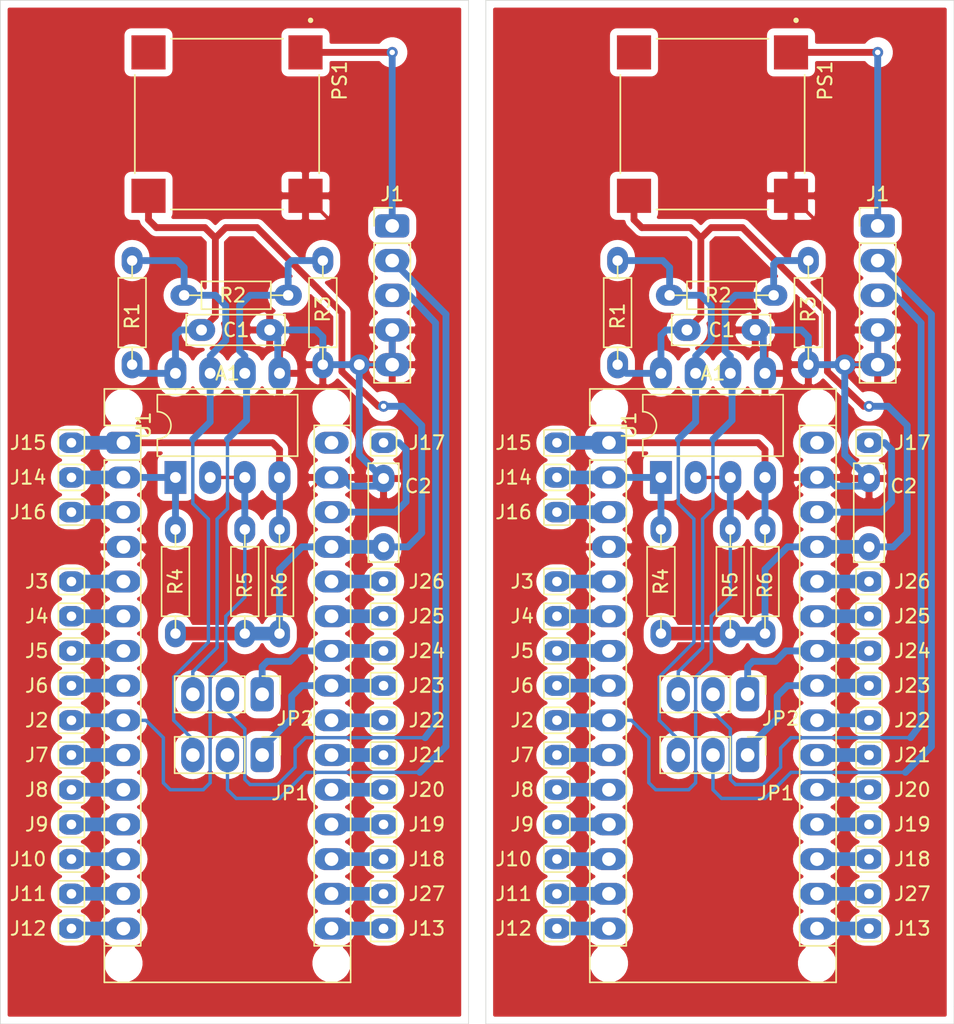
<source format=kicad_pcb>
(kicad_pcb (version 20171130) (host pcbnew "(5.1.10)-1")
  (layers (0 F.Cu signal) (31 B.Cu signal) (34 B.Paste user) (35 F.Paste user) (36 B.SilkS user) (37 F.SilkS user) (38 B.Mask user) (39 F.Mask user) (44 Edge.Cuts user))
  (net 0 "")
  (net 1 "Net-(A1-Pad1)")
  (net 2 "Net-(A1-Pad17)")
  (net 3 "Net-(A1-Pad2)")
  (net 4 "Net-(A1-Pad18)")
  (net 5 "Net-(A1-Pad3)")
  (net 6 "Net-(A1-Pad19)")
  (net 7 GND)
  (net 8 "Net-(A1-Pad20)")
  (net 9 "Net-(A1-Pad5)")
  (net 10 "Net-(A1-Pad21)")
  (net 11 "Net-(A1-Pad6)")
  (net 12 "Net-(A1-Pad22)")
  (net 13 "Net-(A1-Pad7)")
  (net 14 "Net-(A1-Pad23)")
  (net 15 "Net-(A1-Pad8)")
  (net 16 "Net-(A1-Pad24)")
  (net 17 "Net-(A1-Pad9)")
  (net 18 "Net-(A1-Pad25)")
  (net 19 "Net-(A1-Pad10)")
  (net 20 "Net-(A1-Pad26)")
  (net 21 "Net-(A1-Pad11)")
  (net 22 "Net-(A1-Pad27)")
  (net 23 "Net-(A1-Pad12)")
  (net 24 "Net-(A1-Pad28)")
  (net 25 "Net-(A1-Pad13)")
  (net 26 "Net-(A1-Pad14)")
  (net 27 "Net-(A1-Pad30)")
  (net 28 "Net-(A1-Pad15)")
  (net 29 "Net-(A1-Pad16)")
  (net 30 "Net-(J1-Pad1)")
  (net 31 "Net-(J1-Pad2)")
  (net 32 "Net-(J1-Pad3)")
  (net 33 "Net-(JP1-Pad3)")
  (net 34 "Net-(JP2-Pad3)")
  (net 35 "Net-(PS1-Pad4)")
  (module BBS:PinHeader_1x03_P2.54mm_Vertical (layer F.Cu) (at 242.697 120.65 270)
    (fp_text reference JP2 (at 1.778 -2.413 180) (layer F.SilkS))
    (fp_text value Jumper_3_Bridged12 hide)
    (pad 3 thru_hole oval (at 0 5.08 270) (size 2.5 1.7) (drill 1) (layers *.Cu *.Mask))
    (pad 2 thru_hole oval (at 0 2.54 270) (size 2.5 1.7) (drill 1) (layers *.Cu *.Mask))
    (pad 1 thru_hole roundrect (at 0 0 270) (size 2.5 1.7) (drill 1) (layers *.Cu *.Mask))
  )
  (module BBS:R_7.5 (layer F.Cu) (at 247.142 88.9 270)
    (fp_text reference R3 (at 3.556 0 90) (layer F.SilkS))
    (fp_text value 680R)
    (pad 1 thru_hole oval (at 0 0 270) (size 2 1.524) (drill 0.762) (layers *.Cu *.Mask))
    (pad 2 thru_hole oval (at 7.62 0 270) (size 2 1.524) (drill 0.762) (layers *.Cu *.Mask))
  )
  (module BBS:C_Rect_L7.0mm_W2.0mm_P5.00mm (layer F.Cu) (at 251.587 104.855 270)
    (fp_text reference C2 (at 0.555 -2.54 180) (layer F.SilkS))
    (fp_text value 100n)
    (pad 1 thru_hole oval (at 0 0 270) (size 2 1.6) (drill 0.8) (layers *.Cu *.Mask))
    (pad 2 thru_hole oval (at 5 0 270) (size 2 1.6) (drill 0.8) (layers *.Cu *.Mask))
  )
  (module BBS:R_7.5 (layer F.Cu) (at 233.172 96.52 90)
    (fp_text reference R1 (at 3.556 0 90) (layer F.SilkS))
    (fp_text value 680R)
    (pad 1 thru_hole oval (at 0 0 90) (size 2 1.524) (drill 0.762) (layers *.Cu *.Mask))
    (pad 2 thru_hole oval (at 7.62 0 90) (size 2 1.524) (drill 0.762) (layers *.Cu *.Mask))
  )
  (module BBS:C_Rect_L7.0mm_W2.0mm_P5.00mm (layer F.Cu) (at 238.252 93.98)
    (fp_text reference C1 (at 2.54 0) (layer F.SilkS))
    (fp_text value 100n)
    (pad 1 thru_hole oval (at 0 0) (size 2 1.6) (drill 0.8) (layers *.Cu *.Mask))
    (pad 2 thru_hole oval (at 5 0) (size 2 1.6) (drill 0.8) (layers *.Cu *.Mask))
  )
  (module BBS:PinHeader_1x03_P2.54mm_Vertical (layer F.Cu) (at 242.697 125.095 270)
    (fp_text reference JP1 (at 2.794 -2.032 180) (layer F.SilkS))
    (fp_text value Jumper_3_Bridged12 hide)
    (pad 3 thru_hole oval (at 0 5.08 270) (size 2.5 1.7) (drill 1) (layers *.Cu *.Mask))
    (pad 2 thru_hole oval (at 0 2.54 270) (size 2.5 1.7) (drill 1) (layers *.Cu *.Mask))
    (pad 1 thru_hole roundrect (at 0 0 270) (size 2.5 1.7) (drill 1) (layers *.Cu *.Mask))
  )
  (module BBS:PinHeader_1x05_P2.54mm_Vertical (layer F.Cu) (at 252.222 86.36)
    (fp_text reference J1 (at 0 -2.33) (layer F.SilkS))
    (fp_text value Screw_Terminal_01x05 hide)
    (pad 5 thru_hole oval (at 0 10.16) (size 2.5 1.7) (drill 1) (layers *.Cu *.Mask))
    (pad 4 thru_hole oval (at 0 7.62) (size 2.5 1.7) (drill 1) (layers *.Cu *.Mask))
    (pad 3 thru_hole oval (at 0 5.08) (size 2.5 1.7) (drill 1) (layers *.Cu *.Mask))
    (pad 2 thru_hole oval (at 0 2.54) (size 2.5 1.7) (drill 1) (layers *.Cu *.Mask))
    (pad 1 thru_hole roundrect (at 0 0) (size 2.5 1.7) (drill 1) (layers *.Cu *.Mask))
  )
  (module BBS:R_7.5 (layer F.Cu) (at 236.982 91.44)
    (fp_text reference R2 (at 3.556 0) (layer F.SilkS))
    (fp_text value 120R)
    (pad 1 thru_hole oval (at 0 0) (size 2 1.524) (drill 0.762) (layers *.Cu *.Mask))
    (pad 2 thru_hole oval (at 7.62 0) (size 2 1.524) (drill 0.762) (layers *.Cu *.Mask))
  )
  (module BBS:TestPoint_THTPad_1.5x1.5mm_Drill0.7mm (layer F.Cu) (at 251.587 120.015)
    (fp_text reference J23 (at 3.175 0) (layer F.SilkS))
    (fp_text value Conn_01x01 hide)
    (pad 1 thru_hole oval (at 0 0) (size 2 1.5) (drill 0.7) (layers *.Cu *.Mask))
  )
  (module BBS:TestPoint_THTPad_1.5x1.5mm_Drill0.7mm (layer F.Cu) (at 251.587 114.935)
    (fp_text reference J25 (at 3.175 0) (layer F.SilkS))
    (fp_text value Conn_01x01 hide)
    (pad 1 thru_hole oval (at 0 0) (size 2 1.5) (drill 0.7) (layers *.Cu *.Mask))
  )
  (module BBS:TestPoint_THTPad_1.5x1.5mm_Drill0.7mm (layer F.Cu) (at 251.587 135.255)
    (fp_text reference J27 (at 3.175 0) (layer F.SilkS))
    (fp_text value Conn_01x01 hide)
    (pad 1 thru_hole oval (at 0 0) (size 2 1.5) (drill 0.7) (layers *.Cu *.Mask))
  )
  (module BBS:TestPoint_THTPad_1.5x1.5mm_Drill0.7mm (layer F.Cu) (at 228.727 102.235)
    (fp_text reference J15 (at -3.175 0) (layer F.SilkS))
    (fp_text value Conn_01x01 hide)
    (pad 1 thru_hole oval (at 0 0) (size 2 1.5) (drill 0.7) (layers *.Cu *.Mask))
  )
  (module BBS:TestPoint_THTPad_1.5x1.5mm_Drill0.7mm (layer F.Cu) (at 228.727 104.775)
    (fp_text reference J14 (at -3.175 0) (layer F.SilkS))
    (fp_text value Conn_01x01 hide)
    (pad 1 thru_hole oval (at 0 0) (size 2 1.5) (drill 0.7) (layers *.Cu *.Mask))
  )
  (module BBS:TestPoint_THTPad_1.5x1.5mm_Drill0.7mm (layer F.Cu) (at 228.727 107.315)
    (fp_text reference J16 (at -3.175 0) (layer F.SilkS))
    (fp_text value Conn_01x01 hide)
    (pad 1 thru_hole oval (at 0 0) (size 2 1.5) (drill 0.7) (layers *.Cu *.Mask))
  )
  (module BBS:TestPoint_THTPad_1.5x1.5mm_Drill0.7mm (layer F.Cu) (at 251.587 127.635)
    (fp_text reference J20 (at 3.175 0) (layer F.SilkS))
    (fp_text value Conn_01x01 hide)
    (pad 1 thru_hole oval (at 0 0) (size 2 1.5) (drill 0.7) (layers *.Cu *.Mask))
  )
  (module BBS:TestPoint_THTPad_1.5x1.5mm_Drill0.7mm (layer F.Cu) (at 251.587 112.395)
    (fp_text reference J26 (at 3.175 0) (layer F.SilkS))
    (fp_text value Conn_01x01 hide)
    (pad 1 thru_hole oval (at 0 0) (size 2 1.5) (drill 0.7) (layers *.Cu *.Mask))
  )
  (module BBS:TestPoint_THTPad_1.5x1.5mm_Drill0.7mm (layer F.Cu) (at 251.587 102.235)
    (fp_text reference J17 (at 3.175 0) (layer F.SilkS))
    (fp_text value Conn_01x01 hide)
    (pad 1 thru_hole oval (at 0 0) (size 2 1.5) (drill 0.7) (layers *.Cu *.Mask))
  )
  (module BBS:TestPoint_THTPad_1.5x1.5mm_Drill0.7mm (layer F.Cu) (at 251.587 130.175)
    (fp_text reference J19 (at 3.175 0) (layer F.SilkS))
    (fp_text value Conn_01x01 hide)
    (pad 1 thru_hole oval (at 0 0) (size 2 1.5) (drill 0.7) (layers *.Cu *.Mask))
  )
  (module BBS:TestPoint_THTPad_1.5x1.5mm_Drill0.7mm (layer F.Cu) (at 251.587 117.475)
    (fp_text reference J24 (at 3.175 0) (layer F.SilkS))
    (fp_text value Conn_01x01 hide)
    (pad 1 thru_hole oval (at 0 0) (size 2 1.5) (drill 0.7) (layers *.Cu *.Mask))
  )
  (module BBS:TestPoint_THTPad_1.5x1.5mm_Drill0.7mm (layer F.Cu) (at 251.587 132.715)
    (fp_text reference J18 (at 3.175 0) (layer F.SilkS))
    (fp_text value Conn_01x01 hide)
    (pad 1 thru_hole oval (at 0 0) (size 2 1.5) (drill 0.7) (layers *.Cu *.Mask))
  )
  (module BBS:TestPoint_THTPad_1.5x1.5mm_Drill0.7mm (layer F.Cu) (at 251.587 122.555)
    (fp_text reference J22 (at 3.175 0) (layer F.SilkS))
    (fp_text value Conn_01x01 hide)
    (pad 1 thru_hole oval (at 0 0) (size 2 1.5) (drill 0.7) (layers *.Cu *.Mask))
  )
  (module BBS:TestPoint_THTPad_1.5x1.5mm_Drill0.7mm (layer F.Cu) (at 251.587 125.095)
    (fp_text reference J21 (at 3.175 0) (layer F.SilkS))
    (fp_text value Conn_01x01 hide)
    (pad 1 thru_hole oval (at 0 0) (size 2 1.5) (drill 0.7) (layers *.Cu *.Mask))
  )
  (module BBS:TestPoint_THTPad_1.5x1.5mm_Drill0.7mm (layer F.Cu) (at 251.587 137.795)
    (fp_text reference J13 (at 3.175 0) (layer F.SilkS))
    (fp_text value Conn_01x01 hide)
    (pad 1 thru_hole oval (at 0 0) (size 2 1.5) (drill 0.7) (layers *.Cu *.Mask))
  )
  (module BBS:TestPoint_THTPad_1.5x1.5mm_Drill0.7mm (layer F.Cu) (at 228.727 114.935)
    (fp_text reference J4 (at -2.54 0) (layer F.SilkS))
    (fp_text value Conn_01x01 hide)
    (pad 1 thru_hole oval (at 0 0) (size 2 1.5) (drill 0.7) (layers *.Cu *.Mask))
  )
  (module BBS:TestPoint_THTPad_1.5x1.5mm_Drill0.7mm (layer F.Cu) (at 228.727 120.015)
    (fp_text reference J6 (at -2.54 0) (layer F.SilkS))
    (fp_text value Conn_01x01 hide)
    (pad 1 thru_hole oval (at 0 0) (size 2 1.5) (drill 0.7) (layers *.Cu *.Mask))
  )
  (module Package_DIP:DIP-8_W7.62mm_LongPads (layer F.Cu) (at 236.347 104.775 90)
    (fp_text reference U1 (at 3.81 -2.33 90) (layer F.SilkS))
    (fp_text value MAX485E)
    (pad 1 thru_hole rect (at 0 0 90) (size 2.4 1.6) (drill 0.8) (layers *.Cu *.Mask))
    (pad 5 thru_hole oval (at 7.62 7.62 90) (size 2.4 1.6) (drill 0.8) (layers *.Cu *.Mask))
    (pad 2 thru_hole oval (at 0 2.54 90) (size 2.4 1.6) (drill 0.8) (layers *.Cu *.Mask))
    (pad 6 thru_hole oval (at 7.62 5.08 90) (size 2.4 1.6) (drill 0.8) (layers *.Cu *.Mask))
    (pad 3 thru_hole oval (at 0 5.08 90) (size 2.4 1.6) (drill 0.8) (layers *.Cu *.Mask))
    (pad 7 thru_hole oval (at 7.62 2.54 90) (size 2.4 1.6) (drill 0.8) (layers *.Cu *.Mask))
    (pad 4 thru_hole oval (at 0 7.62 90) (size 2.4 1.6) (drill 0.8) (layers *.Cu *.Mask))
    (pad 8 thru_hole oval (at 7.62 0 90) (size 2.4 1.6) (drill 0.8) (layers *.Cu *.Mask))
  )
  (module BBS:TestPoint_THTPad_1.5x1.5mm_Drill0.7mm (layer F.Cu) (at 228.727 122.555)
    (fp_text reference J2 (at -2.54 0) (layer F.SilkS))
    (fp_text value Conn_01x01 hide)
    (pad 1 thru_hole oval (at 0 0) (size 2 1.5) (drill 0.7) (layers *.Cu *.Mask))
  )
  (module BBS:TestPoint_THTPad_1.5x1.5mm_Drill0.7mm (layer F.Cu) (at 228.727 117.475)
    (fp_text reference J5 (at -2.54 0) (layer F.SilkS))
    (fp_text value Conn_01x01 hide)
    (pad 1 thru_hole oval (at 0 0) (size 2 1.5) (drill 0.7) (layers *.Cu *.Mask))
  )
  (module BBS:TestPoint_THTPad_1.5x1.5mm_Drill0.7mm (layer F.Cu) (at 228.727 130.175)
    (fp_text reference J9 (at -2.54 0) (layer F.SilkS))
    (fp_text value Conn_01x01 hide)
    (pad 1 thru_hole oval (at 0 0) (size 2 1.5) (drill 0.7) (layers *.Cu *.Mask))
  )
  (module BBS:CONV_ROF-78E5.0-0.5SMD-R (layer F.Cu) (at 240.122 78.91 270)
    (fp_text reference PS1 (at -3.175 -8.255 90) (layer F.SilkS))
    (fp_text value ROF-78E5.0-0.5SMD-R hide)
    (pad 3 smd rect (at 5.25 5.75 270) (size 2.5 2.5) (layers F.Cu F.Paste F.Mask))
    (pad 2 smd rect (at 5.25 -5.75 270) (size 2.5 2.5) (layers F.Cu F.Paste F.Mask))
    (pad 4 smd rect (at -5.25 5.75 270) (size 2.5 2.5) (layers F.Cu F.Paste F.Mask))
    (pad 1 smd rect (at -5.25 -5.75 270) (size 2.5 2.5) (layers F.Cu F.Paste F.Mask))
  )
  (module BBS:TestPoint_THTPad_1.5x1.5mm_Drill0.7mm (layer F.Cu) (at 228.727 127.635)
    (fp_text reference J8 (at -2.54 0) (layer F.SilkS))
    (fp_text value Conn_01x01 hide)
    (pad 1 thru_hole oval (at 0 0) (size 2 1.5) (drill 0.7) (layers *.Cu *.Mask))
  )
  (module BBS:TestPoint_THTPad_1.5x1.5mm_Drill0.7mm (layer F.Cu) (at 228.727 132.715)
    (fp_text reference J10 (at -3.175 0) (layer F.SilkS))
    (fp_text value Conn_01x01 hide)
    (pad 1 thru_hole oval (at 0 0) (size 2 1.5) (drill 0.7) (layers *.Cu *.Mask))
  )
  (module BBS:TestPoint_THTPad_1.5x1.5mm_Drill0.7mm (layer F.Cu) (at 228.727 125.095)
    (fp_text reference J7 (at -2.54 0) (layer F.SilkS))
    (fp_text value Conn_01x01 hide)
    (pad 1 thru_hole oval (at 0 0) (size 2 1.5) (drill 0.7) (layers *.Cu *.Mask))
  )
  (module BBS:R_7.5 (layer F.Cu) (at 236.347 116.205 90)
    (fp_text reference R4 (at 3.81 0 90) (layer F.SilkS))
    (fp_text value 10k)
    (pad 1 thru_hole oval (at 0 0 90) (size 2 1.524) (drill 0.762) (layers *.Cu *.Mask))
    (pad 2 thru_hole oval (at 7.62 0 90) (size 2 1.524) (drill 0.762) (layers *.Cu *.Mask))
  )
  (module BBS:R_7.5 (layer F.Cu) (at 241.427 116.205 90)
    (fp_text reference R5 (at 3.556 0 90) (layer F.SilkS))
    (fp_text value 10k)
    (pad 1 thru_hole oval (at 0 0 90) (size 2 1.524) (drill 0.762) (layers *.Cu *.Mask))
    (pad 2 thru_hole oval (at 7.62 0 90) (size 2 1.524) (drill 0.762) (layers *.Cu *.Mask))
  )
  (module BBS:R_7.5 (layer F.Cu) (at 243.967 116.205 90)
    (fp_text reference R6 (at 3.556 0 90) (layer F.SilkS))
    (fp_text value 10k)
    (pad 1 thru_hole oval (at 0 0 90) (size 2 1.524) (drill 0.762) (layers *.Cu *.Mask))
    (pad 2 thru_hole oval (at 7.62 0 90) (size 2 1.524) (drill 0.762) (layers *.Cu *.Mask))
  )
  (module BBS:TestPoint_THTPad_1.5x1.5mm_Drill0.7mm (layer F.Cu) (at 228.727 112.395)
    (fp_text reference J3 (at -2.54 0) (layer F.SilkS))
    (fp_text value Conn_01x01 hide)
    (pad 1 thru_hole oval (at 0 0) (size 2 1.5) (drill 0.7) (layers *.Cu *.Mask))
  )
  (module BBS:TestPoint_THTPad_1.5x1.5mm_Drill0.7mm (layer F.Cu) (at 228.727 135.255)
    (fp_text reference J11 (at -3.175 0) (layer F.SilkS))
    (fp_text value Conn_01x01 hide)
    (pad 1 thru_hole oval (at 0 0) (size 2 1.5) (drill 0.7) (layers *.Cu *.Mask))
  )
  (module BBS:TestPoint_THTPad_1.5x1.5mm_Drill0.7mm (layer F.Cu) (at 228.727 137.795)
    (fp_text reference J12 (at -3.175 0) (layer F.SilkS))
    (fp_text value Conn_01x01 hide)
    (pad 1 thru_hole oval (at 0 0) (size 2 1.5) (drill 0.7) (layers *.Cu *.Mask))
  )
  (module BBS:Arduino_Nano_WithMountingHoles (layer F.Cu) (at 232.537 102.235)
    (fp_text reference A1 (at 7.62 -5.08) (layer F.SilkS))
    (fp_text value Arduino_Nano_Every hide)
    (pad "" np_thru_hole circle (at 0 38.1) (size 1.78 1.78) (drill 1.78) (layers *.Cu *.Mask))
    (pad "" np_thru_hole circle (at 15.24 38.1) (size 1.78 1.78) (drill 1.78) (layers *.Cu *.Mask))
    (pad "" np_thru_hole circle (at 15.24 -2.54) (size 1.78 1.78) (drill 1.78) (layers *.Cu *.Mask))
    (pad "" np_thru_hole circle (at 0 -2.54) (size 1.78 1.78) (drill 1.78) (layers *.Cu *.Mask))
    (pad 16 thru_hole oval (at 15.24 35.56) (size 2.5 1.6) (drill 1) (layers *.Cu *.Mask))
    (pad 15 thru_hole oval (at 0 35.56) (size 2.5 1.6) (drill 1) (layers *.Cu *.Mask))
    (pad 30 thru_hole oval (at 15.24 0) (size 2.5 1.6) (drill 1) (layers *.Cu *.Mask))
    (pad 14 thru_hole oval (at 0 33.02) (size 2.5 1.6) (drill 1) (layers *.Cu *.Mask))
    (pad 29 thru_hole oval (at 15.24 2.54) (size 2.5 1.6) (drill 1) (layers *.Cu *.Mask))
    (pad 13 thru_hole oval (at 0 30.48) (size 2.5 1.6) (drill 1) (layers *.Cu *.Mask))
    (pad 28 thru_hole oval (at 15.24 5.08) (size 2.5 1.6) (drill 1) (layers *.Cu *.Mask))
    (pad 12 thru_hole oval (at 0 27.94) (size 2.5 1.6) (drill 1) (layers *.Cu *.Mask))
    (pad 27 thru_hole oval (at 15.24 7.62) (size 2.5 1.6) (drill 1) (layers *.Cu *.Mask))
    (pad 11 thru_hole oval (at 0 25.4) (size 2.5 1.6) (drill 1) (layers *.Cu *.Mask))
    (pad 26 thru_hole oval (at 15.24 10.16) (size 2.5 1.6) (drill 1) (layers *.Cu *.Mask))
    (pad 10 thru_hole oval (at 0 22.86) (size 2.5 1.6) (drill 1) (layers *.Cu *.Mask))
    (pad 25 thru_hole oval (at 15.24 12.7) (size 2.5 1.6) (drill 1) (layers *.Cu *.Mask))
    (pad 9 thru_hole oval (at 0 20.32) (size 2.5 1.6) (drill 1) (layers *.Cu *.Mask))
    (pad 24 thru_hole oval (at 15.24 15.24) (size 2.5 1.6) (drill 1) (layers *.Cu *.Mask))
    (pad 8 thru_hole oval (at 0 17.78) (size 2.5 1.6) (drill 1) (layers *.Cu *.Mask))
    (pad 23 thru_hole oval (at 15.24 17.78) (size 2.5 1.6) (drill 1) (layers *.Cu *.Mask))
    (pad 7 thru_hole oval (at 0 15.24) (size 2.5 1.6) (drill 1) (layers *.Cu *.Mask))
    (pad 22 thru_hole oval (at 15.24 20.32) (size 2.5 1.6) (drill 1) (layers *.Cu *.Mask))
    (pad 6 thru_hole oval (at 0 12.7) (size 2.5 1.6) (drill 1) (layers *.Cu *.Mask))
    (pad 21 thru_hole oval (at 15.24 22.86) (size 2.5 1.6) (drill 1) (layers *.Cu *.Mask))
    (pad 5 thru_hole oval (at 0 10.16) (size 2.5 1.6) (drill 1) (layers *.Cu *.Mask))
    (pad 20 thru_hole oval (at 15.24 25.4) (size 2.5 1.6) (drill 1) (layers *.Cu *.Mask))
    (pad 4 thru_hole oval (at 0 7.62) (size 2.5 1.6) (drill 1) (layers *.Cu *.Mask))
    (pad 19 thru_hole oval (at 15.24 27.94) (size 2.5 1.6) (drill 1) (layers *.Cu *.Mask))
    (pad 3 thru_hole oval (at 0 5.08) (size 2.5 1.6) (drill 1) (layers *.Cu *.Mask))
    (pad 18 thru_hole oval (at 15.24 30.48) (size 2.5 1.6) (drill 1) (layers *.Cu *.Mask))
    (pad 2 thru_hole oval (at 0 2.54) (size 2.5 1.6) (drill 1) (layers *.Cu *.Mask))
    (pad 17 thru_hole oval (at 15.24 33.02) (size 2.5 1.6) (drill 1) (layers *.Cu *.Mask))
    (pad 1 thru_hole roundrect (at 0 0) (size 2.5 1.6) (drill 1) (layers *.Cu *.Mask))
  )
  (module BBS:TestPoint_THTPad_1.5x1.5mm_Drill0.7mm (layer F.Cu) (at 216.027 135.255)
    (fp_text reference J27 (at 3.175 0) (layer F.SilkS))
    (fp_text value Conn_01x01 hide)
    (pad 1 thru_hole oval (at 0 0) (size 2 1.5) (drill 0.7) (layers *.Cu *.Mask) (net 2 "Net-(A1-Pad17)"))
  )
  (module BBS:TestPoint_THTPad_1.5x1.5mm_Drill0.7mm (layer F.Cu) (at 216.027 112.395)
    (fp_text reference J26 (at 3.175 0) (layer F.SilkS))
    (fp_text value Conn_01x01 hide)
    (pad 1 thru_hole oval (at 0 0) (size 2 1.5) (drill 0.7) (layers *.Cu *.Mask) (net 20 "Net-(A1-Pad26)"))
  )
  (module BBS:TestPoint_THTPad_1.5x1.5mm_Drill0.7mm (layer F.Cu) (at 216.027 114.935)
    (fp_text reference J25 (at 3.175 0) (layer F.SilkS))
    (fp_text value Conn_01x01 hide)
    (pad 1 thru_hole oval (at 0 0) (size 2 1.5) (drill 0.7) (layers *.Cu *.Mask) (net 18 "Net-(A1-Pad25)"))
  )
  (module BBS:TestPoint_THTPad_1.5x1.5mm_Drill0.7mm (layer F.Cu) (at 216.027 117.475)
    (fp_text reference J24 (at 3.175 0) (layer F.SilkS))
    (fp_text value Conn_01x01 hide)
    (pad 1 thru_hole oval (at 0 0) (size 2 1.5) (drill 0.7) (layers *.Cu *.Mask) (net 16 "Net-(A1-Pad24)"))
  )
  (module BBS:TestPoint_THTPad_1.5x1.5mm_Drill0.7mm (layer F.Cu) (at 216.027 120.015)
    (fp_text reference J23 (at 3.175 0) (layer F.SilkS))
    (fp_text value Conn_01x01 hide)
    (pad 1 thru_hole oval (at 0 0) (size 2 1.5) (drill 0.7) (layers *.Cu *.Mask) (net 14 "Net-(A1-Pad23)"))
  )
  (module BBS:TestPoint_THTPad_1.5x1.5mm_Drill0.7mm (layer F.Cu) (at 216.027 122.555)
    (fp_text reference J22 (at 3.175 0) (layer F.SilkS))
    (fp_text value Conn_01x01 hide)
    (pad 1 thru_hole oval (at 0 0) (size 2 1.5) (drill 0.7) (layers *.Cu *.Mask) (net 12 "Net-(A1-Pad22)"))
  )
  (module BBS:TestPoint_THTPad_1.5x1.5mm_Drill0.7mm (layer F.Cu) (at 216.027 125.095)
    (fp_text reference J21 (at 3.175 0) (layer F.SilkS))
    (fp_text value Conn_01x01 hide)
    (pad 1 thru_hole oval (at 0 0) (size 2 1.5) (drill 0.7) (layers *.Cu *.Mask) (net 10 "Net-(A1-Pad21)"))
  )
  (module BBS:TestPoint_THTPad_1.5x1.5mm_Drill0.7mm (layer F.Cu) (at 216.027 127.635)
    (fp_text reference J20 (at 3.175 0) (layer F.SilkS))
    (fp_text value Conn_01x01 hide)
    (pad 1 thru_hole oval (at 0 0) (size 2 1.5) (drill 0.7) (layers *.Cu *.Mask) (net 8 "Net-(A1-Pad20)"))
  )
  (module BBS:TestPoint_THTPad_1.5x1.5mm_Drill0.7mm (layer F.Cu) (at 216.027 130.175)
    (fp_text reference J19 (at 3.175 0) (layer F.SilkS))
    (fp_text value Conn_01x01 hide)
    (pad 1 thru_hole oval (at 0 0) (size 2 1.5) (drill 0.7) (layers *.Cu *.Mask) (net 6 "Net-(A1-Pad19)"))
  )
  (module BBS:TestPoint_THTPad_1.5x1.5mm_Drill0.7mm (layer F.Cu) (at 216.027 132.715)
    (fp_text reference J18 (at 3.175 0) (layer F.SilkS))
    (fp_text value Conn_01x01 hide)
    (pad 1 thru_hole oval (at 0 0) (size 2 1.5) (drill 0.7) (layers *.Cu *.Mask) (net 4 "Net-(A1-Pad18)"))
  )
  (module BBS:TestPoint_THTPad_1.5x1.5mm_Drill0.7mm (layer F.Cu) (at 216.027 102.235)
    (fp_text reference J17 (at 3.175 0) (layer F.SilkS))
    (fp_text value Conn_01x01 hide)
    (pad 1 thru_hole oval (at 0 0) (size 2 1.5) (drill 0.7) (layers *.Cu *.Mask) (net 24 "Net-(A1-Pad28)"))
  )
  (module BBS:TestPoint_THTPad_1.5x1.5mm_Drill0.7mm (layer F.Cu) (at 193.167 107.315)
    (fp_text reference J16 (at -3.175 0) (layer F.SilkS))
    (fp_text value Conn_01x01 hide)
    (pad 1 thru_hole oval (at 0 0) (size 2 1.5) (drill 0.7) (layers *.Cu *.Mask) (net 5 "Net-(A1-Pad3)"))
  )
  (module BBS:TestPoint_THTPad_1.5x1.5mm_Drill0.7mm (layer F.Cu) (at 193.167 102.235)
    (fp_text reference J15 (at -3.175 0) (layer F.SilkS))
    (fp_text value Conn_01x01 hide)
    (pad 1 thru_hole oval (at 0 0) (size 2 1.5) (drill 0.7) (layers *.Cu *.Mask) (net 1 "Net-(A1-Pad1)"))
  )
  (module BBS:TestPoint_THTPad_1.5x1.5mm_Drill0.7mm (layer F.Cu) (at 193.167 104.775)
    (fp_text reference J14 (at -3.175 0) (layer F.SilkS))
    (fp_text value Conn_01x01 hide)
    (pad 1 thru_hole oval (at 0 0) (size 2 1.5) (drill 0.7) (layers *.Cu *.Mask) (net 3 "Net-(A1-Pad2)"))
  )
  (module BBS:TestPoint_THTPad_1.5x1.5mm_Drill0.7mm (layer F.Cu) (at 216.027 137.795)
    (fp_text reference J13 (at 3.175 0) (layer F.SilkS))
    (fp_text value Conn_01x01 hide)
    (pad 1 thru_hole oval (at 0 0) (size 2 1.5) (drill 0.7) (layers *.Cu *.Mask) (net 29 "Net-(A1-Pad16)"))
  )
  (module BBS:TestPoint_THTPad_1.5x1.5mm_Drill0.7mm (layer F.Cu) (at 193.167 137.795)
    (fp_text reference J12 (at -3.175 0) (layer F.SilkS))
    (fp_text value Conn_01x01 hide)
    (pad 1 thru_hole oval (at 0 0) (size 2 1.5) (drill 0.7) (layers *.Cu *.Mask) (net 28 "Net-(A1-Pad15)"))
  )
  (module BBS:TestPoint_THTPad_1.5x1.5mm_Drill0.7mm (layer F.Cu) (at 193.167 135.255)
    (fp_text reference J11 (at -3.175 0) (layer F.SilkS))
    (fp_text value Conn_01x01 hide)
    (pad 1 thru_hole oval (at 0 0) (size 2 1.5) (drill 0.7) (layers *.Cu *.Mask) (net 26 "Net-(A1-Pad14)"))
  )
  (module BBS:TestPoint_THTPad_1.5x1.5mm_Drill0.7mm (layer F.Cu) (at 193.167 132.715)
    (fp_text reference J10 (at -3.175 0) (layer F.SilkS))
    (fp_text value Conn_01x01 hide)
    (pad 1 thru_hole oval (at 0 0) (size 2 1.5) (drill 0.7) (layers *.Cu *.Mask) (net 25 "Net-(A1-Pad13)"))
  )
  (module BBS:TestPoint_THTPad_1.5x1.5mm_Drill0.7mm (layer F.Cu) (at 193.167 130.175)
    (fp_text reference J9 (at -2.54 0) (layer F.SilkS))
    (fp_text value Conn_01x01 hide)
    (pad 1 thru_hole oval (at 0 0) (size 2 1.5) (drill 0.7) (layers *.Cu *.Mask) (net 23 "Net-(A1-Pad12)"))
  )
  (module BBS:TestPoint_THTPad_1.5x1.5mm_Drill0.7mm (layer F.Cu) (at 193.167 127.635)
    (fp_text reference J8 (at -2.54 0) (layer F.SilkS))
    (fp_text value Conn_01x01 hide)
    (pad 1 thru_hole oval (at 0 0) (size 2 1.5) (drill 0.7) (layers *.Cu *.Mask) (net 21 "Net-(A1-Pad11)"))
  )
  (module BBS:TestPoint_THTPad_1.5x1.5mm_Drill0.7mm (layer F.Cu) (at 193.167 125.095)
    (fp_text reference J7 (at -2.54 0) (layer F.SilkS))
    (fp_text value Conn_01x01 hide)
    (pad 1 thru_hole oval (at 0 0) (size 2 1.5) (drill 0.7) (layers *.Cu *.Mask) (net 19 "Net-(A1-Pad10)"))
  )
  (module BBS:TestPoint_THTPad_1.5x1.5mm_Drill0.7mm (layer F.Cu) (at 193.167 120.015)
    (fp_text reference J6 (at -2.54 0) (layer F.SilkS))
    (fp_text value Conn_01x01 hide)
    (pad 1 thru_hole oval (at 0 0) (size 2 1.5) (drill 0.7) (layers *.Cu *.Mask) (net 15 "Net-(A1-Pad8)"))
  )
  (module BBS:TestPoint_THTPad_1.5x1.5mm_Drill0.7mm (layer F.Cu) (at 193.167 117.475)
    (fp_text reference J5 (at -2.54 0) (layer F.SilkS))
    (fp_text value Conn_01x01 hide)
    (pad 1 thru_hole oval (at 0 0) (size 2 1.5) (drill 0.7) (layers *.Cu *.Mask) (net 13 "Net-(A1-Pad7)"))
  )
  (module BBS:TestPoint_THTPad_1.5x1.5mm_Drill0.7mm (layer F.Cu) (at 193.167 114.935)
    (fp_text reference J4 (at -2.54 0) (layer F.SilkS))
    (fp_text value Conn_01x01 hide)
    (pad 1 thru_hole oval (at 0 0) (size 2 1.5) (drill 0.7) (layers *.Cu *.Mask) (net 11 "Net-(A1-Pad6)"))
  )
  (module BBS:TestPoint_THTPad_1.5x1.5mm_Drill0.7mm (layer F.Cu) (at 193.167 112.395)
    (fp_text reference J3 (at -2.54 0) (layer F.SilkS))
    (fp_text value Conn_01x01 hide)
    (pad 1 thru_hole oval (at 0 0) (size 2 1.5) (drill 0.7) (layers *.Cu *.Mask) (net 9 "Net-(A1-Pad5)"))
  )
  (module BBS:TestPoint_THTPad_1.5x1.5mm_Drill0.7mm (layer F.Cu) (at 193.167 122.555)
    (fp_text reference J2 (at -2.54 0) (layer F.SilkS))
    (fp_text value Conn_01x01 hide)
    (pad 1 thru_hole oval (at 0 0) (size 2 1.5) (drill 0.7) (layers *.Cu *.Mask) (net 17 "Net-(A1-Pad9)"))
  )
  (module BBS:Arduino_Nano_WithMountingHoles (layer F.Cu) (at 196.977 102.235)
    (fp_text reference A1 (at 7.62 -5.08) (layer F.SilkS))
    (fp_text value Arduino_Nano_Every hide)
    (pad 1 thru_hole roundrect (at 0 0) (size 2.5 1.6) (drill 1) (layers *.Cu *.Mask) (net 1 "Net-(A1-Pad1)"))
    (pad 17 thru_hole oval (at 15.24 33.02) (size 2.5 1.6) (drill 1) (layers *.Cu *.Mask) (net 2 "Net-(A1-Pad17)"))
    (pad 2 thru_hole oval (at 0 2.54) (size 2.5 1.6) (drill 1) (layers *.Cu *.Mask) (net 3 "Net-(A1-Pad2)"))
    (pad 18 thru_hole oval (at 15.24 30.48) (size 2.5 1.6) (drill 1) (layers *.Cu *.Mask) (net 4 "Net-(A1-Pad18)"))
    (pad 3 thru_hole oval (at 0 5.08) (size 2.5 1.6) (drill 1) (layers *.Cu *.Mask) (net 5 "Net-(A1-Pad3)"))
    (pad 19 thru_hole oval (at 15.24 27.94) (size 2.5 1.6) (drill 1) (layers *.Cu *.Mask) (net 6 "Net-(A1-Pad19)"))
    (pad 4 thru_hole oval (at 0 7.62) (size 2.5 1.6) (drill 1) (layers *.Cu *.Mask) (net 7 GND))
    (pad 20 thru_hole oval (at 15.24 25.4) (size 2.5 1.6) (drill 1) (layers *.Cu *.Mask) (net 8 "Net-(A1-Pad20)"))
    (pad 5 thru_hole oval (at 0 10.16) (size 2.5 1.6) (drill 1) (layers *.Cu *.Mask) (net 9 "Net-(A1-Pad5)"))
    (pad 21 thru_hole oval (at 15.24 22.86) (size 2.5 1.6) (drill 1) (layers *.Cu *.Mask) (net 10 "Net-(A1-Pad21)"))
    (pad 6 thru_hole oval (at 0 12.7) (size 2.5 1.6) (drill 1) (layers *.Cu *.Mask) (net 11 "Net-(A1-Pad6)"))
    (pad 22 thru_hole oval (at 15.24 20.32) (size 2.5 1.6) (drill 1) (layers *.Cu *.Mask) (net 12 "Net-(A1-Pad22)"))
    (pad 7 thru_hole oval (at 0 15.24) (size 2.5 1.6) (drill 1) (layers *.Cu *.Mask) (net 13 "Net-(A1-Pad7)"))
    (pad 23 thru_hole oval (at 15.24 17.78) (size 2.5 1.6) (drill 1) (layers *.Cu *.Mask) (net 14 "Net-(A1-Pad23)"))
    (pad 8 thru_hole oval (at 0 17.78) (size 2.5 1.6) (drill 1) (layers *.Cu *.Mask) (net 15 "Net-(A1-Pad8)"))
    (pad 24 thru_hole oval (at 15.24 15.24) (size 2.5 1.6) (drill 1) (layers *.Cu *.Mask) (net 16 "Net-(A1-Pad24)"))
    (pad 9 thru_hole oval (at 0 20.32) (size 2.5 1.6) (drill 1) (layers *.Cu *.Mask) (net 17 "Net-(A1-Pad9)"))
    (pad 25 thru_hole oval (at 15.24 12.7) (size 2.5 1.6) (drill 1) (layers *.Cu *.Mask) (net 18 "Net-(A1-Pad25)"))
    (pad 10 thru_hole oval (at 0 22.86) (size 2.5 1.6) (drill 1) (layers *.Cu *.Mask) (net 19 "Net-(A1-Pad10)"))
    (pad 26 thru_hole oval (at 15.24 10.16) (size 2.5 1.6) (drill 1) (layers *.Cu *.Mask) (net 20 "Net-(A1-Pad26)"))
    (pad 11 thru_hole oval (at 0 25.4) (size 2.5 1.6) (drill 1) (layers *.Cu *.Mask) (net 21 "Net-(A1-Pad11)"))
    (pad 27 thru_hole oval (at 15.24 7.62) (size 2.5 1.6) (drill 1) (layers *.Cu *.Mask) (net 22 "Net-(A1-Pad27)"))
    (pad 12 thru_hole oval (at 0 27.94) (size 2.5 1.6) (drill 1) (layers *.Cu *.Mask) (net 23 "Net-(A1-Pad12)"))
    (pad 28 thru_hole oval (at 15.24 5.08) (size 2.5 1.6) (drill 1) (layers *.Cu *.Mask) (net 24 "Net-(A1-Pad28)"))
    (pad 13 thru_hole oval (at 0 30.48) (size 2.5 1.6) (drill 1) (layers *.Cu *.Mask) (net 25 "Net-(A1-Pad13)"))
    (pad 29 thru_hole oval (at 15.24 2.54) (size 2.5 1.6) (drill 1) (layers *.Cu *.Mask) (net 7 GND))
    (pad 14 thru_hole oval (at 0 33.02) (size 2.5 1.6) (drill 1) (layers *.Cu *.Mask) (net 26 "Net-(A1-Pad14)"))
    (pad 30 thru_hole oval (at 15.24 0) (size 2.5 1.6) (drill 1) (layers *.Cu *.Mask) (net 27 "Net-(A1-Pad30)"))
    (pad 15 thru_hole oval (at 0 35.56) (size 2.5 1.6) (drill 1) (layers *.Cu *.Mask) (net 28 "Net-(A1-Pad15)"))
    (pad 16 thru_hole oval (at 15.24 35.56) (size 2.5 1.6) (drill 1) (layers *.Cu *.Mask) (net 29 "Net-(A1-Pad16)"))
    (pad "" np_thru_hole circle (at 0 -2.54) (size 1.78 1.78) (drill 1.78) (layers *.Cu *.Mask))
    (pad "" np_thru_hole circle (at 15.24 -2.54) (size 1.78 1.78) (drill 1.78) (layers *.Cu *.Mask))
    (pad "" np_thru_hole circle (at 15.24 38.1) (size 1.78 1.78) (drill 1.78) (layers *.Cu *.Mask))
    (pad "" np_thru_hole circle (at 0 38.1) (size 1.78 1.78) (drill 1.78) (layers *.Cu *.Mask))
  )
  (module BBS:CONV_ROF-78E5.0-0.5SMD-R (layer F.Cu) (at 204.562 78.91 270)
    (fp_text reference PS1 (at -3.175 -8.255 90) (layer F.SilkS))
    (fp_text value ROF-78E5.0-0.5SMD-R hide)
    (pad 1 smd rect (at -5.25 -5.75 270) (size 2.5 2.5) (layers F.Cu F.Paste F.Mask) (net 30 "Net-(J1-Pad1)"))
    (pad 4 smd rect (at -5.25 5.75 270) (size 2.5 2.5) (layers F.Cu F.Paste F.Mask) (net 35 "Net-(PS1-Pad4)"))
    (pad 2 smd rect (at 5.25 -5.75 270) (size 2.5 2.5) (layers F.Cu F.Paste F.Mask) (net 7 GND))
    (pad 3 smd rect (at 5.25 5.75 270) (size 2.5 2.5) (layers F.Cu F.Paste F.Mask) (net 22 "Net-(A1-Pad27)"))
  )
  (module Package_DIP:DIP-8_W7.62mm_LongPads (layer F.Cu) (at 200.787 104.775 90)
    (fp_text reference U1 (at 3.81 -2.33 90) (layer F.SilkS))
    (fp_text value MAX485E)
    (pad 8 thru_hole oval (at 7.62 0 90) (size 2.4 1.6) (drill 0.8) (layers *.Cu *.Mask) (net 22 "Net-(A1-Pad27)"))
    (pad 4 thru_hole oval (at 0 7.62 90) (size 2.4 1.6) (drill 0.8) (layers *.Cu *.Mask) (net 1 "Net-(A1-Pad1)"))
    (pad 7 thru_hole oval (at 7.62 2.54 90) (size 2.4 1.6) (drill 0.8) (layers *.Cu *.Mask) (net 33 "Net-(JP1-Pad3)"))
    (pad 3 thru_hole oval (at 0 5.08 90) (size 2.4 1.6) (drill 0.8) (layers *.Cu *.Mask) (net 17 "Net-(A1-Pad9)"))
    (pad 6 thru_hole oval (at 7.62 5.08 90) (size 2.4 1.6) (drill 0.8) (layers *.Cu *.Mask) (net 34 "Net-(JP2-Pad3)"))
    (pad 2 thru_hole oval (at 0 2.54 90) (size 2.4 1.6) (drill 0.8) (layers *.Cu *.Mask) (net 17 "Net-(A1-Pad9)"))
    (pad 5 thru_hole oval (at 7.62 7.62 90) (size 2.4 1.6) (drill 0.8) (layers *.Cu *.Mask) (net 7 GND))
    (pad 1 thru_hole rect (at 0 0 90) (size 2.4 1.6) (drill 0.8) (layers *.Cu *.Mask) (net 3 "Net-(A1-Pad2)"))
  )
  (module BBS:R_7.5 (layer F.Cu) (at 208.407 116.205 90)
    (fp_text reference R6 (at 3.556 0 90) (layer F.SilkS))
    (fp_text value 10k)
    (pad 2 thru_hole oval (at 7.62 0 90) (size 2 1.524) (drill 0.762) (layers *.Cu *.Mask) (net 1 "Net-(A1-Pad1)"))
    (pad 1 thru_hole oval (at 0 0 90) (size 2 1.524) (drill 0.762) (layers *.Cu *.Mask) (net 22 "Net-(A1-Pad27)"))
  )
  (module BBS:R_7.5 (layer F.Cu) (at 205.867 116.205 90)
    (fp_text reference R5 (at 3.556 0 90) (layer F.SilkS))
    (fp_text value 10k)
    (pad 2 thru_hole oval (at 7.62 0 90) (size 2 1.524) (drill 0.762) (layers *.Cu *.Mask) (net 17 "Net-(A1-Pad9)"))
    (pad 1 thru_hole oval (at 0 0 90) (size 2 1.524) (drill 0.762) (layers *.Cu *.Mask) (net 22 "Net-(A1-Pad27)"))
  )
  (module BBS:R_7.5 (layer F.Cu) (at 200.787 116.205 90)
    (fp_text reference R4 (at 3.81 0 90) (layer F.SilkS))
    (fp_text value 10k)
    (pad 2 thru_hole oval (at 7.62 0 90) (size 2 1.524) (drill 0.762) (layers *.Cu *.Mask) (net 3 "Net-(A1-Pad2)"))
    (pad 1 thru_hole oval (at 0 0 90) (size 2 1.524) (drill 0.762) (layers *.Cu *.Mask) (net 22 "Net-(A1-Pad27)"))
  )
  (module BBS:R_7.5 (layer F.Cu) (at 211.582 88.9 270)
    (fp_text reference R3 (at 3.556 0 90) (layer F.SilkS))
    (fp_text value 680R)
    (pad 2 thru_hole oval (at 7.62 0 270) (size 2 1.524) (drill 0.762) (layers *.Cu *.Mask) (net 7 GND))
    (pad 1 thru_hole oval (at 0 0 270) (size 2 1.524) (drill 0.762) (layers *.Cu *.Mask) (net 34 "Net-(JP2-Pad3)"))
  )
  (module BBS:R_7.5 (layer F.Cu) (at 201.422 91.44)
    (fp_text reference R2 (at 3.556 0) (layer F.SilkS))
    (fp_text value 120R)
    (pad 2 thru_hole oval (at 7.62 0) (size 2 1.524) (drill 0.762) (layers *.Cu *.Mask) (net 34 "Net-(JP2-Pad3)"))
    (pad 1 thru_hole oval (at 0 0) (size 2 1.524) (drill 0.762) (layers *.Cu *.Mask) (net 33 "Net-(JP1-Pad3)"))
  )
  (module BBS:R_7.5 (layer F.Cu) (at 197.612 96.52 90)
    (fp_text reference R1 (at 3.556 0 90) (layer F.SilkS))
    (fp_text value 680R)
    (pad 2 thru_hole oval (at 7.62 0 90) (size 2 1.524) (drill 0.762) (layers *.Cu *.Mask) (net 33 "Net-(JP1-Pad3)"))
    (pad 1 thru_hole oval (at 0 0 90) (size 2 1.524) (drill 0.762) (layers *.Cu *.Mask) (net 22 "Net-(A1-Pad27)"))
  )
  (module BBS:PinHeader_1x03_P2.54mm_Vertical (layer F.Cu) (at 207.137 120.65 270)
    (fp_text reference JP2 (at 1.778 -2.413 180) (layer F.SilkS))
    (fp_text value Jumper_3_Bridged12 hide)
    (pad 1 thru_hole roundrect (at 0 0 270) (size 2.5 1.7) (drill 1) (layers *.Cu *.Mask) (net 16 "Net-(A1-Pad24)"))
    (pad 2 thru_hole oval (at 0 2.54 270) (size 2.5 1.7) (drill 1) (layers *.Cu *.Mask) (net 32 "Net-(J1-Pad3)"))
    (pad 3 thru_hole oval (at 0 5.08 270) (size 2.5 1.7) (drill 1) (layers *.Cu *.Mask) (net 34 "Net-(JP2-Pad3)"))
  )
  (module BBS:PinHeader_1x03_P2.54mm_Vertical (layer F.Cu) (at 207.137 125.095 270)
    (fp_text reference JP1 (at 2.794 -2.032 180) (layer F.SilkS))
    (fp_text value Jumper_3_Bridged12 hide)
    (pad 1 thru_hole roundrect (at 0 0 270) (size 2.5 1.7) (drill 1) (layers *.Cu *.Mask) (net 14 "Net-(A1-Pad23)"))
    (pad 2 thru_hole oval (at 0 2.54 270) (size 2.5 1.7) (drill 1) (layers *.Cu *.Mask) (net 31 "Net-(J1-Pad2)"))
    (pad 3 thru_hole oval (at 0 5.08 270) (size 2.5 1.7) (drill 1) (layers *.Cu *.Mask) (net 33 "Net-(JP1-Pad3)"))
  )
  (module BBS:PinHeader_1x05_P2.54mm_Vertical (layer F.Cu) (at 216.662 86.36)
    (fp_text reference J1 (at 0 -2.33) (layer F.SilkS))
    (fp_text value Screw_Terminal_01x05 hide)
    (pad 1 thru_hole roundrect (at 0 0) (size 2.5 1.7) (drill 1) (layers *.Cu *.Mask) (net 30 "Net-(J1-Pad1)"))
    (pad 2 thru_hole oval (at 0 2.54) (size 2.5 1.7) (drill 1) (layers *.Cu *.Mask) (net 31 "Net-(J1-Pad2)"))
    (pad 3 thru_hole oval (at 0 5.08) (size 2.5 1.7) (drill 1) (layers *.Cu *.Mask) (net 32 "Net-(J1-Pad3)"))
    (pad 4 thru_hole oval (at 0 7.62) (size 2.5 1.7) (drill 1) (layers *.Cu *.Mask) (net 7 GND))
    (pad 5 thru_hole oval (at 0 10.16) (size 2.5 1.7) (drill 1) (layers *.Cu *.Mask) (net 7 GND))
  )
  (module BBS:C_Rect_L7.0mm_W2.0mm_P5.00mm (layer F.Cu) (at 216.027 104.855 270)
    (fp_text reference C2 (at 0.555 -2.54 180) (layer F.SilkS))
    (fp_text value 100n)
    (pad 2 thru_hole oval (at 5 0 270) (size 2 1.6) (drill 0.8) (layers *.Cu *.Mask) (net 22 "Net-(A1-Pad27)"))
    (pad 1 thru_hole oval (at 0 0 270) (size 2 1.6) (drill 0.8) (layers *.Cu *.Mask) (net 7 GND))
  )
  (module BBS:C_Rect_L7.0mm_W2.0mm_P5.00mm (layer F.Cu) (at 202.692 93.98)
    (fp_text reference C1 (at 2.54 0) (layer F.SilkS))
    (fp_text value 100n)
    (pad 2 thru_hole oval (at 5 0) (size 2 1.6) (drill 0.8) (layers *.Cu *.Mask) (net 7 GND))
    (pad 1 thru_hole oval (at 0 0) (size 2 1.6) (drill 0.8) (layers *.Cu *.Mask) (net 22 "Net-(A1-Pad27)"))
  )
  (gr_line (start 257.81 144.78) (end 223.52 144.78) (angle 90) (layer Edge.Cuts) (width 0.05))
  (gr_line (start 257.81 143.51) (end 257.81 144.78) (angle 90) (layer Edge.Cuts) (width 0.05))
  (gr_line (start 223.52 69.85) (end 257.81 69.85) (angle 90) (layer Edge.Cuts) (width 0.05))
  (gr_line (start 223.52 144.78) (end 223.52 69.85) (angle 90) (layer Edge.Cuts) (width 0.05))
  (gr_line (start 257.81 69.85) (end 257.81 143.51) (angle 90) (layer Edge.Cuts) (width 0.05))
  (gr_line (start 222.25 144.78) (end 187.96 144.78) (angle 90) (layer Edge.Cuts) (width 0.05))
  (gr_line (start 222.25 143.51) (end 222.25 144.78) (angle 90) (layer Edge.Cuts) (width 0.05))
  (gr_line (start 222.25 69.85) (end 222.25 143.51) (angle 90) (layer Edge.Cuts) (width 0.05))
  (gr_line (start 187.96 69.85) (end 222.25 69.85) (angle 90) (layer Edge.Cuts) (width 0.05))
  (gr_line (start 187.96 144.78) (end 187.96 69.85) (angle 90) (layer Edge.Cuts) (width 0.05))
  (segment (start 243.967 104.775) (end 243.967 108.585) (width 0.5) (layer B.Cu) (net 0))
  (segment (start 232.537 102.235) (end 243.459 102.235) (width 0.5) (layer F.Cu) (net 0))
  (segment (start 243.459 102.235) (end 243.967 102.743) (width 0.5) (layer F.Cu) (net 0))
  (segment (start 228.727 102.235) (end 232.537 102.235) (width 1) (layer B.Cu) (net 0))
  (segment (start 243.967 102.743) (end 243.967 104.775) (width 0.5) (layer F.Cu) (net 0))
  (segment (start 247.777 135.255) (end 251.587 135.255) (width 1) (layer B.Cu) (net 0))
  (segment (start 236.347 104.775) (end 236.347 108.585) (width 0.5) (layer B.Cu) (net 0))
  (segment (start 232.537 104.775) (end 236.347 104.775) (width 0.5) (layer B.Cu) (net 0))
  (segment (start 228.727 104.775) (end 232.537 104.775) (width 1) (layer B.Cu) (net 0))
  (segment (start 247.777 132.715) (end 251.587 132.715) (width 1) (layer B.Cu) (net 0))
  (segment (start 228.727 107.315) (end 232.537 107.315) (width 1) (layer B.Cu) (net 0))
  (segment (start 247.777 130.175) (end 251.587 130.175) (width 1) (layer B.Cu) (net 0))
  (via (at 249.809 96.52) (size 1.5) (drill 0.8) (layers F.Cu B.Cu) (net 0))
  (segment (start 246.167 84.16) (end 246.507 83.82) (width 0.25) (layer F.Cu) (net 0))
  (segment (start 245.872 84.16) (end 246.167 84.16) (width 0.25) (layer F.Cu) (net 0))
  (segment (start 243.252 93.98) (end 243.84 94.568) (width 0.25) (layer B.Cu) (net 0))
  (segment (start 249.174 105.41) (end 251.032 105.41) (width 0.5) (layer B.Cu) (net 0))
  (segment (start 243.84 94.568) (end 243.84 97.028) (width 0.5) (layer B.Cu) (net 0))
  (segment (start 249.809 96.52) (end 252.222 96.52) (width 0.25) (layer B.Cu) (net 0))
  (segment (start 251.587 104.855) (end 251.54 104.855) (width 0.5) (layer B.Cu) (net 0))
  (segment (start 249.809 96.901) (end 249.428 96.52) (width 0.5) (layer B.Cu) (net 0))
  (segment (start 251.032 105.41) (end 251.587 104.855) (width 0.5) (layer B.Cu) (net 0))
  (segment (start 245.872 84.16) (end 249.809 88.097) (width 0.25) (layer F.Cu) (net 0))
  (segment (start 249.809 88.097) (end 249.809 96.52) (width 0.25) (layer F.Cu) (net 0))
  (segment (start 246.634 93.98) (end 243.252 93.98) (width 0.5) (layer B.Cu) (net 0))
  (segment (start 251.54 104.855) (end 249.809 103.124) (width 0.5) (layer B.Cu) (net 0))
  (segment (start 249.809 103.124) (end 249.809 96.901) (width 0.5) (layer B.Cu) (net 0))
  (segment (start 243.84 97.028) (end 243.967 97.155) (width 0.25) (layer B.Cu) (net 0))
  (segment (start 247.142 96.52) (end 249.428 96.52) (width 0.5) (layer B.Cu) (net 0))
  (segment (start 248.539 104.775) (end 249.174 105.41) (width 0.5) (layer B.Cu) (net 0))
  (segment (start 247.142 96.52) (end 247.142 94.488) (width 0.5) (layer B.Cu) (net 0))
  (segment (start 247.142 94.488) (end 246.634 93.98) (width 0.5) (layer B.Cu) (net 0))
  (segment (start 249.428 96.52) (end 249.809 96.52) (width 0.25) (layer B.Cu) (net 0))
  (segment (start 252.222 93.98) (end 252.222 96.52) (width 0.5) (layer B.Cu) (net 0))
  (segment (start 247.777 104.775) (end 248.539 104.775) (width 0.5) (layer B.Cu) (net 0))
  (segment (start 249.809 96.647) (end 249.809 96.52) (width 0.25) (layer B.Cu) (net 0))
  (segment (start 232.537 109.855) (end 233.807 109.855) (width 0.25) (layer F.Cu) (net 0))
  (segment (start 233.807 109.855) (end 234.95 110.998) (width 0.25) (layer F.Cu) (net 0))
  (segment (start 249.809 96.52) (end 249.809 96.647) (width 0.25) (layer B.Cu) (net 0))
  (segment (start 245.11 106.807) (end 247.142 104.775) (width 0.25) (layer F.Cu) (net 0))
  (segment (start 239.014 107.95) (end 240.157 106.807) (width 0.25) (layer F.Cu) (net 0))
  (segment (start 239.014 109.855) (end 239.014 107.95) (width 0.25) (layer F.Cu) (net 0))
  (segment (start 240.157 106.807) (end 245.11 106.807) (width 0.25) (layer F.Cu) (net 0))
  (segment (start 234.95 110.998) (end 237.871 110.998) (width 0.25) (layer F.Cu) (net 0))
  (segment (start 247.142 104.775) (end 247.777 104.775) (width 0.25) (layer F.Cu) (net 0))
  (segment (start 237.871 110.998) (end 239.014 109.855) (width 0.25) (layer F.Cu) (net 0))
  (segment (start 247.777 127.635) (end 251.587 127.635) (width 1) (layer B.Cu) (net 0))
  (segment (start 228.727 112.395) (end 232.537 112.395) (width 1) (layer B.Cu) (net 0))
  (segment (start 247.777 125.095) (end 251.587 125.095) (width 1) (layer B.Cu) (net 0))
  (segment (start 228.727 114.935) (end 232.537 114.935) (width 1) (layer B.Cu) (net 0))
  (segment (start 247.777 122.555) (end 251.587 122.555) (width 1) (layer B.Cu) (net 0))
  (segment (start 228.727 117.475) (end 232.537 117.475) (width 1) (layer B.Cu) (net 0))
  (segment (start 247.777 120.015) (end 245.618 120.015) (width 0.5) (layer B.Cu) (net 0))
  (segment (start 245.618 120.015) (end 244.856 120.777) (width 0.5) (layer B.Cu) (net 0))
  (segment (start 244.856 120.777) (end 244.856 122.428) (width 0.5) (layer B.Cu) (net 0))
  (segment (start 244.856 122.428) (end 242.697 124.587) (width 0.5) (layer B.Cu) (net 0))
  (segment (start 247.777 120.015) (end 251.587 120.015) (width 1) (layer B.Cu) (net 0))
  (segment (start 242.697 124.587) (end 242.697 125.095) (width 0.5) (layer B.Cu) (net 0))
  (segment (start 228.727 120.015) (end 232.537 120.015) (width 1) (layer B.Cu) (net 0))
  (segment (start 247.777 117.475) (end 245.491 117.475) (width 0.5) (layer B.Cu) (net 0))
  (segment (start 243.078 118.237) (end 242.697 118.618) (width 0.5) (layer B.Cu) (net 0))
  (segment (start 242.697 118.618) (end 242.697 120.65) (width 0.5) (layer B.Cu) (net 0))
  (segment (start 247.777 117.475) (end 251.587 117.475) (width 1) (layer B.Cu) (net 0))
  (segment (start 244.729 118.237) (end 243.078 118.237) (width 0.5) (layer B.Cu) (net 0))
  (segment (start 245.491 117.475) (end 244.729 118.237) (width 0.5) (layer B.Cu) (net 0))
  (segment (start 240.03 114.935) (end 241.427 113.538) (width 0.25) (layer B.Cu) (net 0))
  (segment (start 240.03 118.237) (end 240.03 114.935) (width 0.25) (layer B.Cu) (net 0))
  (segment (start 235.458 123.825) (end 235.458 127.127) (width 0.25) (layer B.Cu) (net 0))
  (segment (start 238.379 127.635) (end 238.887 127.127) (width 0.25) (layer B.Cu) (net 0))
  (segment (start 232.537 122.555) (end 234.188 122.555) (width 0.25) (layer B.Cu) (net 0))
  (segment (start 238.887 119.38) (end 240.03 118.237) (width 0.25) (layer B.Cu) (net 0))
  (segment (start 235.966 127.635) (end 238.379 127.635) (width 0.25) (layer B.Cu) (net 0))
  (segment (start 238.887 127.127) (end 238.887 119.38) (width 0.25) (layer B.Cu) (net 0))
  (segment (start 238.379 127.635) (end 238.252 127.635) (width 0.25) (layer B.Cu) (net 0))
  (segment (start 235.458 127.127) (end 235.966 127.635) (width 0.25) (layer B.Cu) (net 0))
  (segment (start 234.188 122.555) (end 235.458 123.825) (width 0.25) (layer B.Cu) (net 0))
  (segment (start 241.427 113.538) (end 241.427 108.585) (width 0.25) (layer B.Cu) (net 0))
  (segment (start 228.727 122.555) (end 232.537 122.555) (width 1) (layer B.Cu) (net 0))
  (segment (start 238.887 104.775) (end 241.427 104.775) (width 0.25) (layer F.Cu) (net 0))
  (segment (start 241.427 108.585) (end 241.427 104.775) (width 0.5) (layer B.Cu) (net 0))
  (segment (start 247.777 114.935) (end 251.587 114.935) (width 1) (layer B.Cu) (net 0))
  (segment (start 228.727 125.095) (end 232.537 125.095) (width 1) (layer B.Cu) (net 0))
  (segment (start 247.777 112.395) (end 251.587 112.395) (width 1) (layer B.Cu) (net 0))
  (segment (start 228.727 127.635) (end 232.537 127.635) (width 1) (layer B.Cu) (net 0))
  (via (at 251.587 99.568) (size 0.8) (drill 0.4) (layers F.Cu B.Cu) (net 0))
  (segment (start 239.268 92.964) (end 238.252 93.98) (width 0.5) (layer F.Cu) (net 0))
  (segment (start 245.618 109.855) (end 247.777 109.855) (width 0.5) (layer B.Cu) (net 0))
  (segment (start 241.427 116.205) (end 243.967 116.205) (width 1) (layer B.Cu) (net 0))
  (segment (start 239.268 87.249) (end 239.268 92.964) (width 0.5) (layer F.Cu) (net 0))
  (segment (start 254.381 108.839) (end 253.365 109.855) (width 0.5) (layer B.Cu) (net 0))
  (segment (start 240.03 86.487) (end 242.316 86.487) (width 0.5) (layer F.Cu) (net 0))
  (segment (start 236.347 116.205) (end 241.427 116.205) (width 1) (layer F.Cu) (net 0))
  (segment (start 236.347 94.361) (end 236.347 97.155) (width 0.5) (layer B.Cu) (net 0))
  (segment (start 248.539 97.028) (end 251.206 99.568) (width 0.5) (layer F.Cu) (net 0))
  (segment (start 233.807 97.155) (end 236.347 97.155) (width 0.5) (layer B.Cu) (net 0))
  (segment (start 238.252 93.98) (end 236.728 93.98) (width 0.5) (layer B.Cu) (net 0))
  (segment (start 252.984 99.568) (end 254.381 100.965) (width 0.5) (layer B.Cu) (net 0))
  (segment (start 253.365 109.855) (end 251.587 109.855) (width 0.5) (layer B.Cu) (net 0))
  (segment (start 243.967 116.205) (end 243.967 111.506) (width 0.5) (layer B.Cu) (net 0))
  (segment (start 242.316 86.487) (end 246.634 90.805) (width 0.5) (layer F.Cu) (net 0))
  (segment (start 246.634 90.805) (end 248.539 92.71) (width 0.5) (layer F.Cu) (net 0))
  (segment (start 234.372 84.16) (end 234.372 85.909) (width 0.5) (layer F.Cu) (net 0))
  (segment (start 234.372 85.909) (end 234.95 86.487) (width 0.5) (layer F.Cu) (net 0))
  (segment (start 238.506 86.487) (end 239.268 87.249) (width 0.5) (layer F.Cu) (net 0))
  (segment (start 251.587 99.568) (end 252.984 99.568) (width 0.5) (layer B.Cu) (net 0))
  (segment (start 251.206 99.568) (end 251.587 99.568) (width 0.5) (layer F.Cu) (net 0))
  (segment (start 254.381 100.965) (end 254.381 108.839) (width 0.5) (layer B.Cu) (net 0))
  (segment (start 239.268 87.249) (end 240.03 86.487) (width 0.5) (layer F.Cu) (net 0))
  (segment (start 243.967 111.506) (end 245.618 109.855) (width 0.5) (layer B.Cu) (net 0))
  (segment (start 233.172 96.52) (end 233.807 97.155) (width 0.25) (layer B.Cu) (net 0))
  (segment (start 248.539 92.71) (end 248.539 97.028) (width 0.5) (layer F.Cu) (net 0))
  (segment (start 234.95 86.487) (end 238.506 86.487) (width 0.5) (layer F.Cu) (net 0))
  (segment (start 236.728 93.98) (end 236.347 94.361) (width 0.5) (layer B.Cu) (net 0))
  (segment (start 247.777 109.855) (end 251.587 109.855) (width 1) (layer B.Cu) (net 0))
  (segment (start 228.727 130.175) (end 232.537 130.175) (width 1) (layer B.Cu) (net 0))
  (segment (start 252.73 102.235) (end 251.587 102.235) (width 0.5) (layer B.Cu) (net 0))
  (segment (start 253.238 106.553) (end 253.238 102.743) (width 0.5) (layer B.Cu) (net 0))
  (segment (start 253.238 102.743) (end 252.73 102.235) (width 0.5) (layer B.Cu) (net 0))
  (segment (start 247.777 107.315) (end 252.476 107.315) (width 0.5) (layer B.Cu) (net 0))
  (segment (start 252.476 107.315) (end 253.238 106.553) (width 0.5) (layer B.Cu) (net 0))
  (segment (start 228.727 132.715) (end 232.537 132.715) (width 1) (layer B.Cu) (net 0))
  (segment (start 228.727 135.255) (end 232.537 135.255) (width 1) (layer B.Cu) (net 0))
  (segment (start 228.727 137.795) (end 232.537 137.795) (width 1) (layer B.Cu) (net 0))
  (segment (start 247.777 137.795) (end 251.587 137.795) (width 1) (layer B.Cu) (net 0))
  (via (at 252.222 73.66) (size 0.8) (drill 0.4) (layers F.Cu B.Cu) (net 0))
  (segment (start 252.222 73.66) (end 252.222 86.36) (width 0.5) (layer B.Cu) (net 0))
  (segment (start 245.872 73.66) (end 252.222 73.66) (width 0.5) (layer F.Cu) (net 0))
  (segment (start 256.159 92.837) (end 256.159 124.46) (width 0.5) (layer B.Cu) (net 0))
  (segment (start 240.792 128.27) (end 240.157 127.635) (width 0.25) (layer B.Cu) (net 0))
  (segment (start 256.159 124.46) (end 254.254 126.365) (width 0.5) (layer B.Cu) (net 0))
  (segment (start 243.967 128.27) (end 240.792 128.27) (width 0.25) (layer B.Cu) (net 0))
  (segment (start 245.872 126.365) (end 243.967 128.27) (width 0.25) (layer B.Cu) (net 0))
  (segment (start 254.254 126.365) (end 245.872 126.365) (width 0.25) (layer B.Cu) (net 0))
  (segment (start 252.222 88.9) (end 256.159 92.837) (width 0.5) (layer B.Cu) (net 0))
  (segment (start 240.157 127.635) (end 240.157 125.095) (width 0.25) (layer B.Cu) (net 0))
  (segment (start 241.808 127.254) (end 241.427 126.873) (width 0.25) (layer B.Cu) (net 0))
  (segment (start 241.427 123.19) (end 240.157 121.92) (width 0.25) (layer B.Cu) (net 0))
  (segment (start 243.84 127.254) (end 241.808 127.254) (width 0.25) (layer B.Cu) (net 0))
  (segment (start 245.11 124.587) (end 245.11 125.984) (width 0.25) (layer B.Cu) (net 0))
  (segment (start 245.872 123.825) (end 245.11 124.587) (width 0.25) (layer B.Cu) (net 0))
  (segment (start 254.635 123.825) (end 245.872 123.825) (width 0.25) (layer B.Cu) (net 0))
  (segment (start 255.397 122.809) (end 254.635 123.825) (width 0.5) (layer B.Cu) (net 0))
  (segment (start 241.427 126.873) (end 241.427 123.19) (width 0.25) (layer B.Cu) (net 0))
  (segment (start 252.222 91.44) (end 253.492 91.44) (width 0.25) (layer B.Cu) (net 0))
  (segment (start 255.397 93.472) (end 255.397 122.809) (width 0.5) (layer B.Cu) (net 0))
  (segment (start 240.157 121.92) (end 240.157 120.65) (width 0.25) (layer B.Cu) (net 0))
  (segment (start 253.492 91.44) (end 255.397 93.472) (width 0.5) (layer B.Cu) (net 0))
  (segment (start 245.11 125.984) (end 243.84 127.254) (width 0.25) (layer B.Cu) (net 0))
  (segment (start 237.617 123.952) (end 236.22 122.555) (width 0.25) (layer B.Cu) (net 0))
  (segment (start 236.982 91.44) (end 236.982 89.408) (width 0.5) (layer B.Cu) (net 0))
  (segment (start 240.03 94.742) (end 240.03 92.202) (width 0.5) (layer B.Cu) (net 0))
  (segment (start 237.617 101.981) (end 238.887 100.711) (width 0.5) (layer B.Cu) (net 0))
  (segment (start 237.617 125.095) (end 237.617 123.952) (width 0.25) (layer B.Cu) (net 0))
  (segment (start 238.887 95.885) (end 240.03 94.742) (width 0.5) (layer B.Cu) (net 0))
  (segment (start 239.268 91.44) (end 236.982 91.44) (width 0.5) (layer B.Cu) (net 0))
  (segment (start 236.22 122.555) (end 236.22 119.38) (width 0.25) (layer B.Cu) (net 0))
  (segment (start 236.982 89.408) (end 236.474 88.9) (width 0.5) (layer B.Cu) (net 0))
  (segment (start 240.03 92.202) (end 239.268 91.44) (width 0.5) (layer B.Cu) (net 0))
  (segment (start 238.887 100.711) (end 238.887 97.155) (width 0.5) (layer B.Cu) (net 0))
  (segment (start 236.22 119.38) (end 238.76 116.84) (width 0.25) (layer B.Cu) (net 0))
  (segment (start 238.76 116.84) (end 238.76 107.823) (width 0.25) (layer B.Cu) (net 0))
  (segment (start 236.474 88.9) (end 233.172 88.9) (width 0.5) (layer B.Cu) (net 0))
  (segment (start 238.76 107.823) (end 237.617 106.68) (width 0.25) (layer B.Cu) (net 0))
  (segment (start 238.887 97.155) (end 238.887 95.885) (width 0.25) (layer B.Cu) (net 0))
  (segment (start 237.617 106.68) (end 237.617 101.981) (width 0.25) (layer B.Cu) (net 0))
  (segment (start 241.808 91.44) (end 244.602 91.44) (width 0.5) (layer B.Cu) (net 0))
  (segment (start 241.427 97.155) (end 241.554 97.282) (width 0.25) (layer B.Cu) (net 0))
  (segment (start 240.157 101.981) (end 240.157 107.061) (width 0.25) (layer B.Cu) (net 0))
  (segment (start 244.602 89.154) (end 244.856 88.9) (width 0.5) (layer B.Cu) (net 0))
  (segment (start 241.046 92.202) (end 241.808 91.44) (width 0.5) (layer B.Cu) (net 0))
  (segment (start 239.395 107.823) (end 239.395 117.221) (width 0.25) (layer B.Cu) (net 0))
  (segment (start 241.554 97.282) (end 241.554 100.584) (width 0.5) (layer B.Cu) (net 0))
  (segment (start 241.554 100.584) (end 240.157 101.981) (width 0.5) (layer B.Cu) (net 0))
  (segment (start 244.602 91.44) (end 244.602 89.154) (width 0.5) (layer B.Cu) (net 0))
  (segment (start 237.617 118.999) (end 237.617 120.65) (width 0.25) (layer B.Cu) (net 0))
  (segment (start 240.157 107.061) (end 239.395 107.823) (width 0.25) (layer B.Cu) (net 0))
  (segment (start 239.395 117.221) (end 237.617 118.999) (width 0.25) (layer B.Cu) (net 0))
  (segment (start 241.427 97.155) (end 241.427 95.885) (width 0.5) (layer B.Cu) (net 0))
  (segment (start 244.856 88.9) (end 247.142 88.9) (width 0.5) (layer B.Cu) (net 0))
  (segment (start 241.427 95.885) (end 241.046 95.504) (width 0.5) (layer B.Cu) (net 0))
  (segment (start 241.046 95.504) (end 241.046 92.202) (width 0.5) (layer B.Cu) (net 0))
  (segment (start 208.407 104.775) (end 208.407 108.585) (width 0.5) (layer B.Cu) (net 1))
  (segment (start 193.167 102.235) (end 196.977 102.235) (width 1) (layer B.Cu) (net 1))
  (segment (start 196.977 102.235) (end 207.899 102.235) (width 0.5) (layer F.Cu) (net 1))
  (segment (start 207.899 102.235) (end 208.407 102.743) (width 0.5) (layer F.Cu) (net 1))
  (segment (start 208.407 102.743) (end 208.407 104.775) (width 0.5) (layer F.Cu) (net 1))
  (segment (start 212.217 135.255) (end 216.027 135.255) (width 1) (layer B.Cu) (net 2))
  (segment (start 196.977 104.775) (end 200.787 104.775) (width 0.5) (layer B.Cu) (net 3))
  (segment (start 200.787 104.775) (end 200.787 108.585) (width 0.5) (layer B.Cu) (net 3))
  (segment (start 193.167 104.775) (end 196.977 104.775) (width 1) (layer B.Cu) (net 3))
  (segment (start 212.217 132.715) (end 216.027 132.715) (width 1) (layer B.Cu) (net 4))
  (segment (start 193.167 107.315) (end 196.977 107.315) (width 1) (layer B.Cu) (net 5))
  (segment (start 212.217 130.175) (end 216.027 130.175) (width 1) (layer B.Cu) (net 6))
  (segment (start 210.607 84.16) (end 210.947 83.82) (width 0.25) (layer F.Cu) (net 7))
  (segment (start 210.312 84.16) (end 210.607 84.16) (width 0.25) (layer F.Cu) (net 7))
  (segment (start 207.692 93.98) (end 208.28 94.568) (width 0.25) (layer B.Cu) (net 7))
  (segment (start 208.28 97.028) (end 208.407 97.155) (width 0.25) (layer B.Cu) (net 7))
  (segment (start 208.28 94.568) (end 208.28 97.028) (width 0.5) (layer B.Cu) (net 7))
  (segment (start 211.582 96.52) (end 211.582 94.488) (width 0.5) (layer B.Cu) (net 7))
  (segment (start 211.582 94.488) (end 211.074 93.98) (width 0.5) (layer B.Cu) (net 7))
  (segment (start 211.074 93.98) (end 207.692 93.98) (width 0.5) (layer B.Cu) (net 7))
  (segment (start 213.868 96.52) (end 214.249 96.52) (width 0.25) (layer B.Cu) (net 7))
  (segment (start 214.249 96.52) (end 216.662 96.52) (width 0.25) (layer B.Cu) (net 7))
  (segment (start 211.582 96.52) (end 213.868 96.52) (width 0.5) (layer B.Cu) (net 7))
  (segment (start 216.662 93.98) (end 216.662 96.52) (width 0.5) (layer B.Cu) (net 7))
  (segment (start 216.027 104.855) (end 215.98 104.855) (width 0.5) (layer B.Cu) (net 7))
  (segment (start 215.98 104.855) (end 214.249 103.124) (width 0.5) (layer B.Cu) (net 7))
  (segment (start 214.249 103.124) (end 214.249 96.901) (width 0.5) (layer B.Cu) (net 7))
  (segment (start 214.249 96.901) (end 213.868 96.52) (width 0.5) (layer B.Cu) (net 7))
  (segment (start 212.217 104.775) (end 212.979 104.775) (width 0.5) (layer B.Cu) (net 7))
  (segment (start 212.979 104.775) (end 213.614 105.41) (width 0.5) (layer B.Cu) (net 7))
  (segment (start 213.614 105.41) (end 215.472 105.41) (width 0.5) (layer B.Cu) (net 7))
  (segment (start 215.472 105.41) (end 216.027 104.855) (width 0.5) (layer B.Cu) (net 7))
  (segment (start 210.312 84.16) (end 214.249 88.097) (width 0.25) (layer F.Cu) (net 7))
  (via (at 214.249 96.52) (size 1.5) (drill 0.8) (layers F.Cu B.Cu) (net 7))
  (segment (start 214.249 88.097) (end 214.249 96.52) (width 0.25) (layer F.Cu) (net 7))
  (segment (start 214.249 96.52) (end 214.249 96.647) (width 0.25) (layer B.Cu) (net 7))
  (segment (start 214.249 96.647) (end 214.249 96.52) (width 0.25) (layer B.Cu) (net 7))
  (segment (start 196.977 109.855) (end 198.247 109.855) (width 0.25) (layer F.Cu) (net 7))
  (segment (start 211.582 104.775) (end 212.217 104.775) (width 0.25) (layer F.Cu) (net 7))
  (segment (start 209.55 106.807) (end 211.582 104.775) (width 0.25) (layer F.Cu) (net 7))
  (segment (start 204.597 106.807) (end 209.55 106.807) (width 0.25) (layer F.Cu) (net 7))
  (segment (start 203.454 107.95) (end 204.597 106.807) (width 0.25) (layer F.Cu) (net 7))
  (segment (start 203.454 109.855) (end 203.454 107.95) (width 0.25) (layer F.Cu) (net 7))
  (segment (start 202.311 110.998) (end 203.454 109.855) (width 0.25) (layer F.Cu) (net 7))
  (segment (start 199.39 110.998) (end 202.311 110.998) (width 0.25) (layer F.Cu) (net 7))
  (segment (start 198.247 109.855) (end 199.39 110.998) (width 0.25) (layer F.Cu) (net 7))
  (segment (start 212.217 127.635) (end 216.027 127.635) (width 1) (layer B.Cu) (net 8))
  (segment (start 193.167 112.395) (end 196.977 112.395) (width 1) (layer B.Cu) (net 9))
  (segment (start 212.217 125.095) (end 216.027 125.095) (width 1) (layer B.Cu) (net 10))
  (segment (start 193.167 114.935) (end 196.977 114.935) (width 1) (layer B.Cu) (net 11))
  (segment (start 212.217 122.555) (end 216.027 122.555) (width 1) (layer B.Cu) (net 12))
  (segment (start 193.167 117.475) (end 196.977 117.475) (width 1) (layer B.Cu) (net 13))
  (segment (start 212.217 120.015) (end 216.027 120.015) (width 1) (layer B.Cu) (net 14))
  (segment (start 212.217 120.015) (end 210.058 120.015) (width 0.5) (layer B.Cu) (net 14))
  (segment (start 210.058 120.015) (end 209.296 120.777) (width 0.5) (layer B.Cu) (net 14))
  (segment (start 209.296 120.777) (end 209.296 122.428) (width 0.5) (layer B.Cu) (net 14))
  (segment (start 209.296 122.428) (end 207.137 124.587) (width 0.5) (layer B.Cu) (net 14))
  (segment (start 207.137 124.587) (end 207.137 125.095) (width 0.5) (layer B.Cu) (net 14))
  (segment (start 193.167 120.015) (end 196.977 120.015) (width 1) (layer B.Cu) (net 15))
  (segment (start 212.217 117.475) (end 216.027 117.475) (width 1) (layer B.Cu) (net 16))
  (segment (start 212.217 117.475) (end 209.931 117.475) (width 0.5) (layer B.Cu) (net 16))
  (segment (start 209.931 117.475) (end 209.169 118.237) (width 0.5) (layer B.Cu) (net 16))
  (segment (start 209.169 118.237) (end 207.518 118.237) (width 0.5) (layer B.Cu) (net 16))
  (segment (start 207.518 118.237) (end 207.137 118.618) (width 0.5) (layer B.Cu) (net 16))
  (segment (start 207.137 118.618) (end 207.137 120.65) (width 0.5) (layer B.Cu) (net 16))
  (segment (start 196.977 122.555) (end 198.628 122.555) (width 0.25) (layer B.Cu) (net 17))
  (segment (start 200.406 127.635) (end 202.819 127.635) (width 0.25) (layer B.Cu) (net 17))
  (segment (start 202.819 127.635) (end 202.692 127.635) (width 0.25) (layer B.Cu) (net 17))
  (segment (start 199.898 127.127) (end 200.406 127.635) (width 0.25) (layer B.Cu) (net 17))
  (segment (start 199.898 123.825) (end 199.898 127.127) (width 0.25) (layer B.Cu) (net 17))
  (segment (start 198.628 122.555) (end 199.898 123.825) (width 0.25) (layer B.Cu) (net 17))
  (segment (start 202.819 127.635) (end 203.327 127.127) (width 0.25) (layer B.Cu) (net 17))
  (segment (start 205.867 113.538) (end 205.867 108.585) (width 0.25) (layer B.Cu) (net 17))
  (segment (start 204.47 114.935) (end 205.867 113.538) (width 0.25) (layer B.Cu) (net 17))
  (segment (start 204.47 118.237) (end 204.47 114.935) (width 0.25) (layer B.Cu) (net 17))
  (segment (start 203.327 119.38) (end 204.47 118.237) (width 0.25) (layer B.Cu) (net 17))
  (segment (start 203.327 127.127) (end 203.327 119.38) (width 0.25) (layer B.Cu) (net 17))
  (segment (start 205.867 108.585) (end 205.867 104.775) (width 0.5) (layer B.Cu) (net 17))
  (segment (start 193.167 122.555) (end 196.977 122.555) (width 1) (layer B.Cu) (net 17))
  (segment (start 203.327 104.775) (end 205.867 104.775) (width 0.25) (layer F.Cu) (net 17))
  (segment (start 212.217 114.935) (end 216.027 114.935) (width 1) (layer B.Cu) (net 18))
  (segment (start 193.167 125.095) (end 196.977 125.095) (width 1) (layer B.Cu) (net 19))
  (segment (start 212.217 112.395) (end 216.027 112.395) (width 1) (layer B.Cu) (net 20))
  (segment (start 193.167 127.635) (end 196.977 127.635) (width 1) (layer B.Cu) (net 21))
  (segment (start 201.168 93.98) (end 200.787 94.361) (width 0.5) (layer B.Cu) (net 22))
  (segment (start 200.787 94.361) (end 200.787 97.155) (width 0.5) (layer B.Cu) (net 22))
  (segment (start 202.692 93.98) (end 201.168 93.98) (width 0.5) (layer B.Cu) (net 22))
  (segment (start 212.217 109.855) (end 216.027 109.855) (width 1) (layer B.Cu) (net 22))
  (segment (start 200.787 116.205) (end 205.867 116.205) (width 1) (layer F.Cu) (net 22))
  (segment (start 205.867 116.205) (end 208.407 116.205) (width 1) (layer B.Cu) (net 22))
  (segment (start 208.407 116.205) (end 208.407 111.506) (width 0.5) (layer B.Cu) (net 22))
  (segment (start 208.407 111.506) (end 210.058 109.855) (width 0.5) (layer B.Cu) (net 22))
  (segment (start 210.058 109.855) (end 212.217 109.855) (width 0.5) (layer B.Cu) (net 22))
  (segment (start 198.812 84.16) (end 198.812 85.909) (width 0.5) (layer F.Cu) (net 22))
  (segment (start 198.812 85.909) (end 199.39 86.487) (width 0.5) (layer F.Cu) (net 22))
  (segment (start 199.39 86.487) (end 202.946 86.487) (width 0.5) (layer F.Cu) (net 22))
  (segment (start 202.946 86.487) (end 203.708 87.249) (width 0.5) (layer F.Cu) (net 22))
  (segment (start 203.708 92.964) (end 202.692 93.98) (width 0.5) (layer F.Cu) (net 22))
  (segment (start 203.708 87.249) (end 203.708 92.964) (width 0.5) (layer F.Cu) (net 22))
  (segment (start 203.708 87.249) (end 204.47 86.487) (width 0.5) (layer F.Cu) (net 22))
  (segment (start 217.805 109.855) (end 216.027 109.855) (width 0.5) (layer B.Cu) (net 22))
  (segment (start 218.821 108.839) (end 217.805 109.855) (width 0.5) (layer B.Cu) (net 22))
  (segment (start 218.821 100.965) (end 218.821 108.839) (width 0.5) (layer B.Cu) (net 22))
  (segment (start 217.424 99.568) (end 218.821 100.965) (width 0.5) (layer B.Cu) (net 22))
  (segment (start 216.027 99.568) (end 217.424 99.568) (width 0.5) (layer B.Cu) (net 22))
  (via (at 216.027 99.568) (size 0.8) (drill 0.4) (layers F.Cu B.Cu) (net 22))
  (segment (start 215.646 99.568) (end 216.027 99.568) (width 0.5) (layer F.Cu) (net 22))
  (segment (start 212.979 97.028) (end 215.646 99.568) (width 0.5) (layer F.Cu) (net 22))
  (segment (start 212.979 92.71) (end 212.979 97.028) (width 0.5) (layer F.Cu) (net 22))
  (segment (start 211.074 90.805) (end 212.979 92.71) (width 0.5) (layer F.Cu) (net 22))
  (segment (start 206.756 86.487) (end 211.074 90.805) (width 0.5) (layer F.Cu) (net 22))
  (segment (start 204.47 86.487) (end 206.756 86.487) (width 0.5) (layer F.Cu) (net 22))
  (segment (start 197.612 96.52) (end 198.247 97.155) (width 0.25) (layer B.Cu) (net 22))
  (segment (start 198.247 97.155) (end 200.787 97.155) (width 0.5) (layer B.Cu) (net 22))
  (segment (start 193.167 130.175) (end 196.977 130.175) (width 1) (layer B.Cu) (net 23))
  (segment (start 212.217 107.315) (end 216.916 107.315) (width 0.5) (layer B.Cu) (net 24))
  (segment (start 217.17 102.235) (end 216.027 102.235) (width 0.5) (layer B.Cu) (net 24))
  (segment (start 217.678 102.743) (end 217.17 102.235) (width 0.5) (layer B.Cu) (net 24))
  (segment (start 217.678 106.553) (end 217.678 102.743) (width 0.5) (layer B.Cu) (net 24))
  (segment (start 216.916 107.315) (end 217.678 106.553) (width 0.5) (layer B.Cu) (net 24))
  (segment (start 193.167 132.715) (end 196.977 132.715) (width 1) (layer B.Cu) (net 25))
  (segment (start 193.167 135.255) (end 196.977 135.255) (width 1) (layer B.Cu) (net 26))
  (segment (start 193.167 137.795) (end 196.977 137.795) (width 1) (layer B.Cu) (net 28))
  (segment (start 212.217 137.795) (end 216.027 137.795) (width 1) (layer B.Cu) (net 29))
  (via (at 216.662 73.66) (size 0.8) (drill 0.4) (layers F.Cu B.Cu) (net 30))
  (segment (start 216.662 73.66) (end 216.662 86.36) (width 0.5) (layer B.Cu) (net 30))
  (segment (start 210.312 73.66) (end 216.662 73.66) (width 0.5) (layer F.Cu) (net 30))
  (segment (start 216.662 88.9) (end 220.599 92.837) (width 0.5) (layer B.Cu) (net 31))
  (segment (start 220.599 92.837) (end 220.599 124.46) (width 0.5) (layer B.Cu) (net 31))
  (segment (start 220.599 124.46) (end 218.694 126.365) (width 0.5) (layer B.Cu) (net 31))
  (segment (start 218.694 126.365) (end 210.312 126.365) (width 0.25) (layer B.Cu) (net 31))
  (segment (start 210.312 126.365) (end 208.407 128.27) (width 0.25) (layer B.Cu) (net 31))
  (segment (start 208.407 128.27) (end 205.232 128.27) (width 0.25) (layer B.Cu) (net 31))
  (segment (start 204.597 127.635) (end 204.597 125.095) (width 0.25) (layer B.Cu) (net 31))
  (segment (start 205.232 128.27) (end 204.597 127.635) (width 0.25) (layer B.Cu) (net 31))
  (segment (start 205.867 126.873) (end 205.867 123.19) (width 0.25) (layer B.Cu) (net 32))
  (segment (start 206.248 127.254) (end 205.867 126.873) (width 0.25) (layer B.Cu) (net 32))
  (segment (start 208.28 127.254) (end 206.248 127.254) (width 0.25) (layer B.Cu) (net 32))
  (segment (start 209.55 124.587) (end 209.55 125.984) (width 0.25) (layer B.Cu) (net 32))
  (segment (start 210.312 123.825) (end 209.55 124.587) (width 0.25) (layer B.Cu) (net 32))
  (segment (start 219.075 123.825) (end 210.312 123.825) (width 0.25) (layer B.Cu) (net 32))
  (segment (start 205.867 123.19) (end 204.597 121.92) (width 0.25) (layer B.Cu) (net 32))
  (segment (start 219.837 122.809) (end 219.075 123.825) (width 0.5) (layer B.Cu) (net 32))
  (segment (start 219.837 93.472) (end 219.837 122.809) (width 0.5) (layer B.Cu) (net 32))
  (segment (start 217.932 91.44) (end 219.837 93.472) (width 0.5) (layer B.Cu) (net 32))
  (segment (start 209.55 125.984) (end 208.28 127.254) (width 0.25) (layer B.Cu) (net 32))
  (segment (start 216.662 91.44) (end 217.932 91.44) (width 0.25) (layer B.Cu) (net 32))
  (segment (start 204.597 121.92) (end 204.597 120.65) (width 0.25) (layer B.Cu) (net 32))
  (segment (start 203.327 97.155) (end 203.327 95.885) (width 0.25) (layer B.Cu) (net 33))
  (segment (start 203.327 95.885) (end 204.47 94.742) (width 0.5) (layer B.Cu) (net 33))
  (segment (start 204.47 94.742) (end 204.47 92.202) (width 0.5) (layer B.Cu) (net 33))
  (segment (start 203.708 91.44) (end 201.422 91.44) (width 0.5) (layer B.Cu) (net 33))
  (segment (start 204.47 92.202) (end 203.708 91.44) (width 0.5) (layer B.Cu) (net 33))
  (segment (start 201.422 91.44) (end 201.422 89.408) (width 0.5) (layer B.Cu) (net 33))
  (segment (start 201.422 89.408) (end 200.914 88.9) (width 0.5) (layer B.Cu) (net 33))
  (segment (start 200.914 88.9) (end 197.612 88.9) (width 0.5) (layer B.Cu) (net 33))
  (segment (start 202.057 125.095) (end 202.057 123.952) (width 0.25) (layer B.Cu) (net 33))
  (segment (start 203.327 100.711) (end 203.327 97.155) (width 0.5) (layer B.Cu) (net 33))
  (segment (start 202.057 101.981) (end 203.327 100.711) (width 0.5) (layer B.Cu) (net 33))
  (segment (start 202.057 106.68) (end 202.057 101.981) (width 0.25) (layer B.Cu) (net 33))
  (segment (start 203.2 107.823) (end 202.057 106.68) (width 0.25) (layer B.Cu) (net 33))
  (segment (start 203.2 116.84) (end 203.2 107.823) (width 0.25) (layer B.Cu) (net 33))
  (segment (start 200.66 119.38) (end 203.2 116.84) (width 0.25) (layer B.Cu) (net 33))
  (segment (start 200.66 122.555) (end 200.66 119.38) (width 0.25) (layer B.Cu) (net 33))
  (segment (start 202.057 123.952) (end 200.66 122.555) (width 0.25) (layer B.Cu) (net 33))
  (segment (start 205.867 97.155) (end 205.867 95.885) (width 0.5) (layer B.Cu) (net 34))
  (segment (start 205.867 95.885) (end 205.486 95.504) (width 0.5) (layer B.Cu) (net 34))
  (segment (start 205.486 95.504) (end 205.486 92.202) (width 0.5) (layer B.Cu) (net 34))
  (segment (start 206.248 91.44) (end 209.042 91.44) (width 0.5) (layer B.Cu) (net 34))
  (segment (start 205.486 92.202) (end 206.248 91.44) (width 0.5) (layer B.Cu) (net 34))
  (segment (start 209.042 91.44) (end 209.042 89.154) (width 0.5) (layer B.Cu) (net 34))
  (segment (start 209.042 89.154) (end 209.296 88.9) (width 0.5) (layer B.Cu) (net 34))
  (segment (start 209.296 88.9) (end 211.582 88.9) (width 0.5) (layer B.Cu) (net 34))
  (segment (start 205.867 97.155) (end 205.994 97.282) (width 0.25) (layer B.Cu) (net 34))
  (segment (start 202.057 118.999) (end 202.057 120.65) (width 0.25) (layer B.Cu) (net 34))
  (segment (start 203.835 117.221) (end 202.057 118.999) (width 0.25) (layer B.Cu) (net 34))
  (segment (start 203.835 107.823) (end 203.835 117.221) (width 0.25) (layer B.Cu) (net 34))
  (segment (start 204.597 107.061) (end 203.835 107.823) (width 0.25) (layer B.Cu) (net 34))
  (segment (start 204.597 101.981) (end 204.597 107.061) (width 0.25) (layer B.Cu) (net 34))
  (segment (start 205.994 100.584) (end 204.597 101.981) (width 0.5) (layer B.Cu) (net 34))
  (segment (start 205.994 97.282) (end 205.994 100.584) (width 0.5) (layer B.Cu) (net 34))
  (zone (net 7) (net_name GND) (layer F.Cu) (connect_pads (clearance 0.508)) (min_thickness 0.254) (fill yes (arc_segments 32) (thermal_gap 0.508) (thermal_bridge_width 0.508))
    (polygon (pts (xy 187.96 69.85) (xy 187.96 144.78) (xy 222.25 144.78) (xy 222.25 69.85)))
  )
  (zone (net 0) (net_name "") (layer F.Cu) (connect_pads (clearance 0.508)) (min_thickness 0.254) (fill yes (arc_segments 32) (thermal_gap 0.508) (thermal_bridge_width 0.508))
    (polygon (pts (xy 223.52 69.85) (xy 223.52 144.78) (xy 257.81 144.78) (xy 257.81 69.85)))
  )
)
</source>
